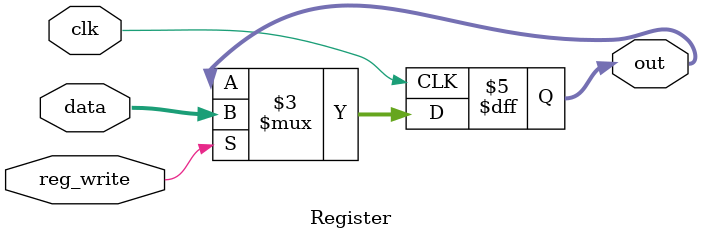
<source format=v>
module Register(input clk, reg_write, input [15:0] data, output reg [15:0] out);
	always@(posedge clk)begin
		if(reg_write)
			out <= data;
		else
			out <= out;
	end
endmodule

</source>
